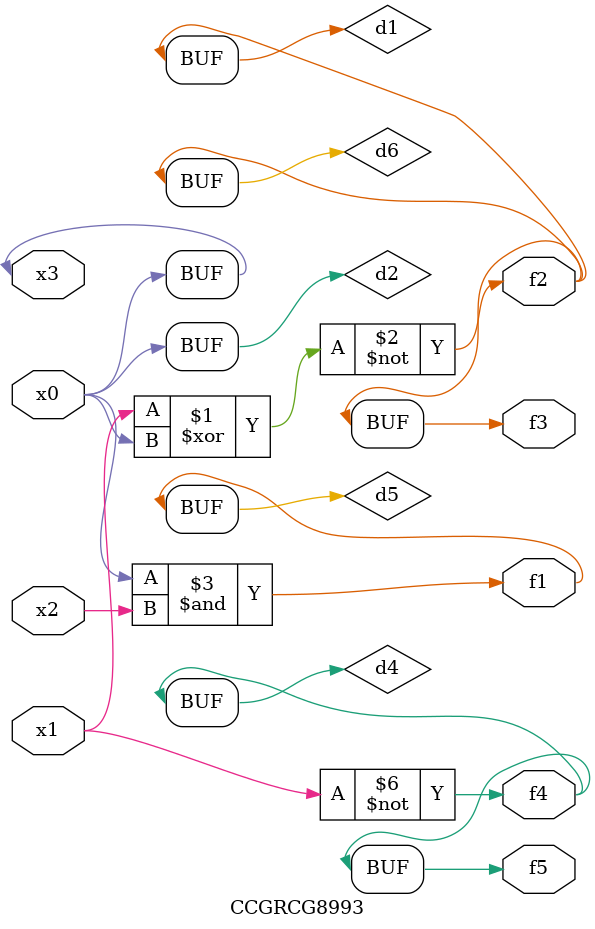
<source format=v>
module CCGRCG8993(
	input x0, x1, x2, x3,
	output f1, f2, f3, f4, f5
);

	wire d1, d2, d3, d4, d5, d6;

	xnor (d1, x1, x3);
	buf (d2, x0, x3);
	nand (d3, x0, x2);
	not (d4, x1);
	nand (d5, d3);
	or (d6, d1);
	assign f1 = d5;
	assign f2 = d6;
	assign f3 = d6;
	assign f4 = d4;
	assign f5 = d4;
endmodule

</source>
